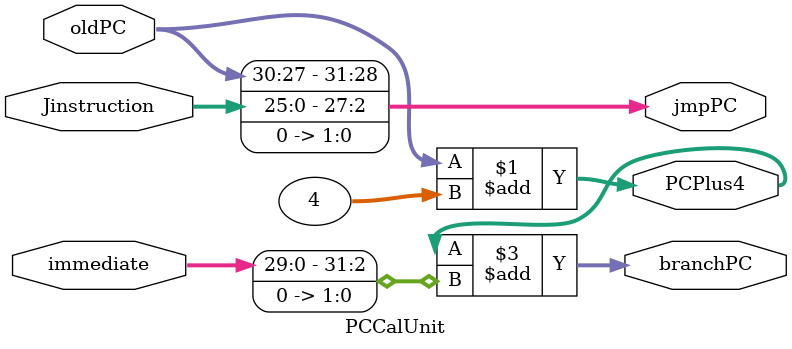
<source format=v>
module PCCalUnit (
    input [25:0] Jinstruction,  // for computing {PC[31:27],J[25:0],00}
    input [31:0] immediate,     // for computing PC + 4 + imm
    input [31:0] oldPC,         // for computing PC + 4

    output [31:0] PCPlus4,
    output [31:0] branchPC,
    output [31:0] jmpPC
);

assign PCPlus4 = oldPC + 4;
assign branchPC = PCPlus4 + (immediate << 2);
assign jmpPC = {oldPC[31:27],Jinstruction[25:0],2'b00};

endmodule
</source>
